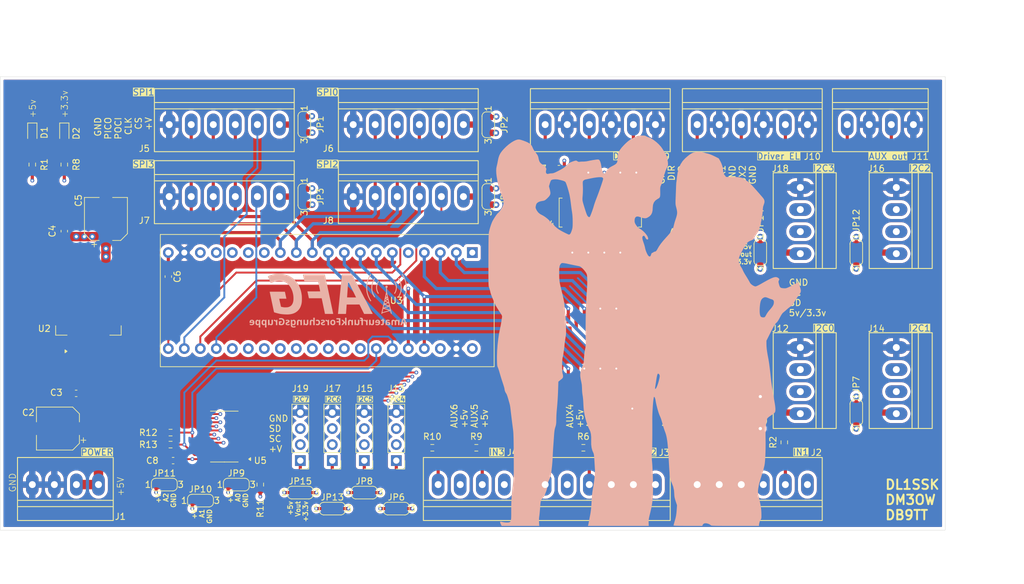
<source format=kicad_pcb>
(kicad_pcb
	(version 20240108)
	(generator "pcbnew")
	(generator_version "8.0")
	(general
		(thickness 1.6)
		(legacy_teardrops no)
	)
	(paper "A4")
	(layers
		(0 "F.Cu" signal)
		(1 "In1.Cu" signal)
		(2 "In2.Cu" signal)
		(31 "B.Cu" signal)
		(32 "B.Adhes" user "B.Adhesive")
		(33 "F.Adhes" user "F.Adhesive")
		(34 "B.Paste" user)
		(35 "F.Paste" user)
		(36 "B.SilkS" user "B.Silkscreen")
		(37 "F.SilkS" user "F.Silkscreen")
		(38 "B.Mask" user)
		(39 "F.Mask" user)
		(40 "Dwgs.User" user "User.Drawings")
		(41 "Cmts.User" user "User.Comments")
		(42 "Eco1.User" user "User.Eco1")
		(43 "Eco2.User" user "User.Eco2")
		(44 "Edge.Cuts" user)
		(45 "Margin" user)
		(46 "B.CrtYd" user "B.Courtyard")
		(47 "F.CrtYd" user "F.Courtyard")
		(48 "B.Fab" user)
		(49 "F.Fab" user)
		(50 "User.1" user)
		(51 "User.2" user)
		(52 "User.3" user)
		(53 "User.4" user)
		(54 "User.5" user)
		(55 "User.6" user)
		(56 "User.7" user)
		(57 "User.8" user)
		(58 "User.9" user)
	)
	(setup
		(stackup
			(layer "F.SilkS"
				(type "Top Silk Screen")
			)
			(layer "F.Paste"
				(type "Top Solder Paste")
			)
			(layer "F.Mask"
				(type "Top Solder Mask")
				(thickness 0.01)
			)
			(layer "F.Cu"
				(type "copper")
				(thickness 0.035)
			)
			(layer "dielectric 1"
				(type "prepreg")
				(thickness 0.1)
				(material "FR4")
				(epsilon_r 4.5)
				(loss_tangent 0.02)
			)
			(layer "In1.Cu"
				(type "copper")
				(thickness 0.035)
			)
			(layer "dielectric 2"
				(type "core")
				(thickness 1.24)
				(material "FR4")
				(epsilon_r 4.5)
				(loss_tangent 0.02)
			)
			(layer "In2.Cu"
				(type "copper")
				(thickness 0.035)
			)
			(layer "dielectric 3"
				(type "prepreg")
				(thickness 0.1)
				(material "FR4")
				(epsilon_r 4.5)
				(loss_tangent 0.02)
			)
			(layer "B.Cu"
				(type "copper")
				(thickness 0.035)
			)
			(layer "B.Mask"
				(type "Bottom Solder Mask")
				(thickness 0.01)
			)
			(layer "B.Paste"
				(type "Bottom Solder Paste")
			)
			(layer "B.SilkS"
				(type "Bottom Silk Screen")
			)
			(copper_finish "None")
			(dielectric_constraints no)
		)
		(pad_to_mask_clearance 0)
		(allow_soldermask_bridges_in_footprints no)
		(pcbplotparams
			(layerselection 0x00010fc_ffffffff)
			(plot_on_all_layers_selection 0x0000000_00000000)
			(disableapertmacros no)
			(usegerberextensions no)
			(usegerberattributes yes)
			(usegerberadvancedattributes yes)
			(creategerberjobfile yes)
			(dashed_line_dash_ratio 12.000000)
			(dashed_line_gap_ratio 3.000000)
			(svgprecision 4)
			(plotframeref no)
			(viasonmask no)
			(mode 1)
			(useauxorigin no)
			(hpglpennumber 1)
			(hpglpenspeed 20)
			(hpglpendiameter 15.000000)
			(pdf_front_fp_property_popups yes)
			(pdf_back_fp_property_popups yes)
			(dxfpolygonmode yes)
			(dxfimperialunits yes)
			(dxfusepcbnewfont yes)
			(psnegative no)
			(psa4output no)
			(plotreference yes)
			(plotvalue yes)
			(plotfptext yes)
			(plotinvisibletext no)
			(sketchpadsonfab no)
			(subtractmaskfromsilk no)
			(outputformat 1)
			(mirror no)
			(drillshape 1)
			(scaleselection 1)
			(outputdirectory "")
		)
	)
	(net 0 "")
	(net 1 "GND")
	(net 2 "+5V")
	(net 3 "+3.3V")
	(net 4 "Net-(D1-A)")
	(net 5 "Net-(D2-A)")
	(net 6 "POCI")
	(net 7 "Net-(J5-Pin_1)")
	(net 8 "PICO")
	(net 9 "SCK")
	(net 10 "CS1")
	(net 11 "CS0")
	(net 12 "Net-(J6-Pin_1)")
	(net 13 "CS3")
	(net 14 "Net-(J7-Pin_1)")
	(net 15 "Net-(J8-Pin_1)")
	(net 16 "CS2")
	(net 17 "Net-(J9-Pin_4)")
	(net 18 "Net-(J9-Pin_6)")
	(net 19 "Net-(J9-Pin_2)")
	(net 20 "OUT-SD0")
	(net 21 "Net-(J12-Pin_1)")
	(net 22 "OUT-SC0")
	(net 23 "OUT-SC4")
	(net 24 "Net-(J13-Pin_1)")
	(net 25 "OUT-SD4")
	(net 26 "OUT-SC1")
	(net 27 "Net-(J14-Pin_1)")
	(net 28 "OUT-SD1")
	(net 29 "OUT-SC5")
	(net 30 "OUT-SD5")
	(net 31 "Net-(J15-Pin_1)")
	(net 32 "OUT-SC2")
	(net 33 "OUT-SD2")
	(net 34 "Net-(J16-Pin_1)")
	(net 35 "Net-(J17-Pin_1)")
	(net 36 "OUT-SC6")
	(net 37 "OUT-SD6")
	(net 38 "OUT-SC3")
	(net 39 "Net-(J18-Pin_1)")
	(net 40 "OUT-SD3")
	(net 41 "Net-(J19-Pin_1)")
	(net 42 "OUT-SC7")
	(net 43 "OUT-SD7")
	(net 44 "Net-(JP9-C)")
	(net 45 "Net-(JP10-C)")
	(net 46 "Net-(JP11-C)")
	(net 47 "Net-(U5-~{RESET})")
	(net 48 "AUX-IN3")
	(net 49 "AUX-IN1")
	(net 50 "AUX-IN6")
	(net 51 "AUX-IN2")
	(net 52 "AUX-IN4")
	(net 53 "SW1-AZ")
	(net 54 "SW2-AZ")
	(net 55 "AUX-IN5")
	(net 56 "unconnected-(U3-PB1-Pad15)")
	(net 57 "unconnected-(U3-3V3-Pad18)")
	(net 58 "EN-AZ")
	(net 59 "EN-EL")
	(net 60 "unconnected-(U3-PB2-Pad16)")
	(net 61 "unconnected-(U3-NRST-Pad5)")
	(net 62 "AUX-OUT1")
	(net 63 "DIR-AZ")
	(net 64 "SCL")
	(net 65 "unconnected-(U3-PA11-Pad28)")
	(net 66 "SDA")
	(net 67 "unconnected-(U3-PB0-Pad14)")
	(net 68 "unconnected-(U3-VBAT-Pad1)")
	(net 69 "unconnected-(U3-3V3-Pad40)")
	(net 70 "unconnected-(U3-PA12-Pad29)")
	(net 71 "unconnected-(U3-PB10-Pad17)")
	(net 72 "STEP-AZ")
	(net 73 "STEP-EL")
	(net 74 "unconnected-(U3-PB5-Pad33)")
	(net 75 "DIR-EL")
	(net 76 "AUX-OUT2")
	(net 77 "Net-(J10-Pin_4)")
	(net 78 "Net-(J10-Pin_6)")
	(net 79 "Net-(J10-Pin_2)")
	(net 80 "Net-(J11-Pin_4)")
	(net 81 "Net-(J11-Pin_2)")
	(net 82 "Net-(J4-Pin_1)")
	(net 83 "Net-(J4-Pin_3)")
	(net 84 "Net-(J3-Pin_5)")
	(net 85 "Net-(J3-Pin_3)")
	(net 86 "Net-(J3-Pin_1)")
	(net 87 "Net-(J2-Pin_1)")
	(net 88 "Net-(J2-Pin_5)")
	(net 89 "Net-(J2-Pin_3)")
	(footprint "LED_SMD:LED_0603_1608Metric_Pad1.05x0.95mm_HandSolder" (layer "F.Cu") (at 60.96 72.531 -90))
	(footprint "Jumper:SolderJumper-3_P1.3mm_Open_RoundedPad1.0x1.5mm_NumberLabels" (layer "F.Cu") (at 76.835 128.27))
	(footprint "spta:SPTA-1-6-3,5" (layer "F.Cu") (at 115.57 82.55 180))
	(footprint "spta:SPTA-1-6-3,5" (layer "F.Cu") (at 170.18 71.12 180))
	(footprint "spta:SPTA-1-6-3,5" (layer "F.Cu") (at 146.05 128.27))
	(footprint "Capacitor_SMD:C_0603_1608Metric_Pad1.08x0.95mm_HandSolder" (layer "F.Cu") (at 139.4725 78.105 180))
	(footprint "Jumper:SolderJumper-3_P1.3mm_Open_RoundedPad1.0x1.5mm_NumberLabels" (layer "F.Cu") (at 186.69 116.84 -90))
	(footprint "spta:SPTA-1-4-3,5" (layer "F.Cu") (at 125.56 128.27))
	(footprint "spta:SPTA-1-6-3,5" (layer "F.Cu") (at 170.18 128.27))
	(footprint "Jumper:SolderJumper-3_P1.3mm_Open_RoundedPad1.0x1.5mm_NumberLabels" (layer "F.Cu") (at 128.27 71.15 -90))
	(footprint "Capacitor_SMD:C_0603_1608Metric_Pad1.08x0.95mm_HandSolder" (layer "F.Cu") (at 150.2675 114.3 180))
	(footprint "spta:SPTA-1-4-3,5" (layer "F.Cu") (at 177.8 111.76 90))
	(footprint "Jumper:SolderJumper-3_P1.3mm_Open_RoundedPad1.0x1.5mm_NumberLabels" (layer "F.Cu") (at 171.45 116.84 -90))
	(footprint "Jumper:SolderJumper-3_P1.3mm_Open_RoundedPad1.0x1.5mm_NumberLabels" (layer "F.Cu") (at 99.06 82.55 -90))
	(footprint "Resistor_SMD:R_0603_1608Metric_Pad0.98x0.95mm_HandSolder" (layer "F.Cu") (at 92.075 128.27 90))
	(footprint "BlackPill_F4xx_v2:BlackPill_F4xx_v2" (layer "F.Cu") (at 125.73 91.44 90))
	(footprint "spta:SPTA-1-6-3,5" (layer "F.Cu") (at 146.05 71.12 180))
	(footprint "Resistor_SMD:R_0603_1608Metric_Pad0.98x0.95mm_HandSolder" (layer "F.Cu") (at 119.38 122.428 180))
	(footprint "Resistor_SMD:R_0603_1608Metric_Pad0.98x0.95mm_HandSolder" (layer "F.Cu") (at 160.02 122.428 180))
	(footprint "Resistor_SMD:R_0603_1608Metric_Pad0.98x0.95mm_HandSolder" (layer "F.Cu") (at 136.525 122.428 180))
	(footprint "Jumper:SolderJumper-3_P1.3mm_Open_RoundedPad1.0x1.5mm_NumberLabels" (layer "F.Cu") (at 186.69 91.44 -90))
	(footprint "Resistor_SMD:R_0603_1608Metric_Pad0.98x0.95mm_HandSolder" (layer "F.Cu") (at 77.8275 121.92))
	(footprint "Resistor_SMD:R_0603_1608Metric_Pad0.98x0.95mm_HandSolder" (layer "F.Cu") (at 175.26 121.5625 90))
	(footprint "Capacitor_SMD:C_0603_1608Metric_Pad1.08x0.95mm_HandSolder" (layer "F.Cu") (at 78.232 124.46 180))
	(footprint "Package_SO:SO-20_12.8x7.5mm_P1.27mm" (layer "F.Cu") (at 145.415 106.68 -90))
	(footprint "Resistor_SMD:R_0603_1608Metric_Pad0.98x0.95mm_HandSolder" (layer "F.Cu") (at 55.88 77.47 90))
	(footprint "spta:SPTA-1-4-3,5" (layer "F.Cu") (at 193.04 86.36 90))
	(footprint "Jumper:SolderJumper-3_P1.3mm_Open_RoundedPad1.0x1.5mm_NumberLabels" (layer "F.Cu") (at 171.45 91.44 -90))
	(footprint "Jumper:SolderJumper-3_P1.3mm_Open_RoundedPad1.0x1.5mm_NumberLabels" (layer "F.Cu") (at 113.665 132.08))
	(footprint "spta:SPTA-1-6-3,5" (layer "F.Cu") (at 115.57 71.12 180))
	(footprint "Connector_PinHeader_2.54mm:PinHeader_1x04_P2.54mm_Vertical" (layer "F.Cu") (at 113.665 124.46 180))
	(footprint "Jumper:SolderJumper-3_P1.3mm_Open_RoundedPad1.0x1.5mm_NumberLabels" (layer "F.Cu") (at 98.425 129.54))
	(footprint "spta:SPTA-1-6-3,5" (layer "F.Cu") (at 86.36 71.12 180))
	(footprint "Resistor_SMD:R_0603_1608Metric_Pad0.98x0.95mm_HandSolder" (layer "F.Cu") (at 167.005 122.428 180))
	(footprint "Jumper:SolderJumper-3_P1.3mm_Open_RoundedPad1.0x1.5mm_NumberLabels" (layer "F.Cu") (at 82.58 130.81))
	(footprint "Jumper:SolderJumper-3_P1.3mm_Open_RoundedPad1.0x1.5mm_NumberLabels" (layer "F.Cu") (at 88.265 128.27))
	(footprint "spta:SPTA-1-4-3,5" (layer "F.Cu") (at 193.04 111.76 90))
	(footprint "Connector_PinHeader_2.54mm:PinHeader_1x04_P2.54mm_Vertical" (layer "F.Cu") (at 103.505 124.46 180))
	(footprint "Jumper:SolderJumper-3_P1.3mm_Open_RoundedPad1.0x1.5mm_NumberLabels" (layer "F.Cu") (at 99.06 71.09 -90))
	(footprint "Capacitor_SMD:C_0603_1608Metric_Pad1.08x0.95mm_HandSolder"
		(layer "F.Cu")
		(uuid "79655489-b648-4813-baf5-42e31915e6aa")
		(at 77.47 95.25 -90)
		(descr "Capacitor SMD 0603 (1608 Metric), square (rectangular) end terminal, IPC_7351 nominal with elongated pad for handsoldering. (Body size source: IPC-SM-782 page 76, https://www.pcb-3d.com/wordpress/wp-content/uploads/ipc-sm-782a_amendment_1_and_2.pdf), generated with kicad-footprint-generator")
		(tags "capacitor handsolder")
		(property "Reference" "C6"
			(at 0 -1.43 90)
			(layer "F.SilkS")
			(uuid "087da5e5-c2a1-44c9-bae6-a5c5733c5798")
			(effects
				(font
					(size 1 1)
					(thickness 0.15)
				)
			)
		)
		(property "Value" "100nF"
			(at 0 1.43 90)
			(layer "F.Fab")
			(uuid "e119a8b2-c8f7-43df-9136-450abe8c15b6")
			(effects
				(font
					(size 1 1)
					(thickness 0.15)
				)
			)
		)
		(property "Footprint" "Capacitor_SMD:C_0603_1608Metric_Pad1.08x0.95mm_HandSolder"
			(at 0 0 -90)
			(unlocked yes)
			(layer "F.Fab")
			(hide yes)
			(uuid "14e5ea70-e61f-4972-a022-8c570ddcc99b")
			(effects
				(font
					(size 1.27 1.27)
					(thickness 0.15)
				)
			)
		)
		(property "Datasheet" ""
			(at 0 0 -90)
			(unlocked yes)
			(layer "F.Fab")
			(hide yes)
			(uuid "ff499786-2cf5-4f06-ad7f-abd3b0751142")
			(effects
				(font
					(size 1.27 1.27)
					(thickness 0.15)
				)
			)
		)
		(property "Description" "Unpolarized 
... [1576448 chars truncated]
</source>
